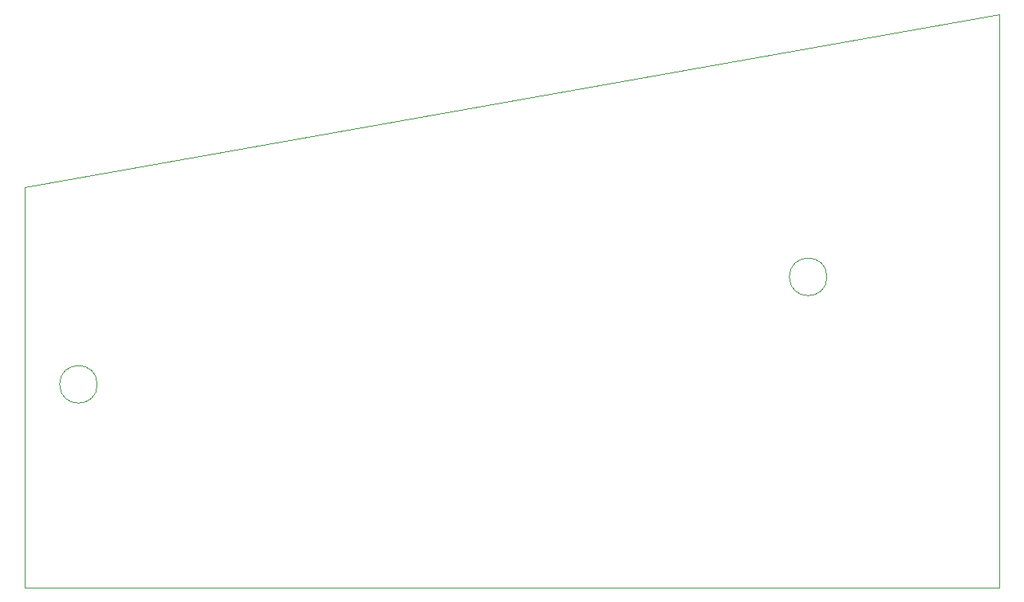
<source format=gbr>
G04 #@! TF.GenerationSoftware,KiCad,Pcbnew,(6.0.6)*
G04 #@! TF.CreationDate,2022-09-15T19:04:13+02:00*
G04 #@! TF.ProjectId,PC128S_IDE,50433132-3853-45f4-9944-452e6b696361,rev?*
G04 #@! TF.SameCoordinates,Original*
G04 #@! TF.FileFunction,Profile,NP*
%FSLAX46Y46*%
G04 Gerber Fmt 4.6, Leading zero omitted, Abs format (unit mm)*
G04 Created by KiCad (PCBNEW (6.0.6)) date 2022-09-15 19:04:13*
%MOMM*%
%LPD*%
G01*
G04 APERTURE LIST*
G04 #@! TA.AperFunction,Profile*
%ADD10C,0.050000*%
G04 #@! TD*
G04 APERTURE END LIST*
D10*
X126460000Y-102870000D02*
G75*
G03*
X126460000Y-102870000I-2000000J0D01*
G01*
X118745000Y-81915000D02*
X118745000Y-124460000D01*
X222250000Y-63500000D02*
X222250000Y-124460000D01*
X118745000Y-124460000D02*
X222250000Y-124460000D01*
X203930000Y-91440000D02*
G75*
G03*
X203930000Y-91440000I-2000000J0D01*
G01*
X118745000Y-81915000D02*
X222250000Y-63500000D01*
M02*

</source>
